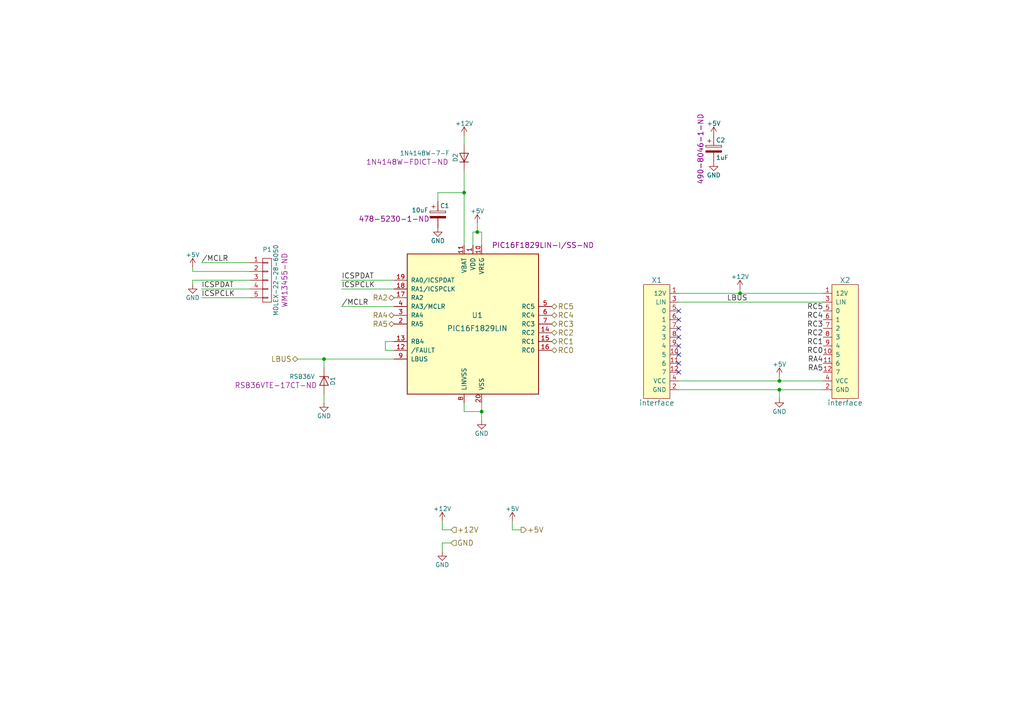
<source format=kicad_sch>
(kicad_sch (version 20230121) (generator eeschema)
  (paper "A4")
  (lib_symbols
    (symbol "interface:interface" (pin_names (offset 1.016))
      (property "Reference" "X" (at 0 17.78 0))
      (property "Value" "interface" (at 0 -17.78 0))
      (symbol "interface_0_1"
        (rectangle (start 3.81 16.51) (end -3.81 -16.51) (fill (type background)))
      )
      (symbol "interface_1_1"
        (pin bidirectional line (at 6.35 13.97 180) (length 2.54) (name "12V") (number "1"))
        (pin bidirectional line (at 6.35 -3.81 180) (length 2.54) (name "5") (number "10"))
        (pin bidirectional line (at 6.35 -6.35 180) (length 2.54) (name "6") (number "11"))
        (pin bidirectional line (at 6.35 -8.89 180) (length 2.54) (name "7") (number "12"))
        (pin bidirectional line (at 6.35 -13.97 180) (length 2.54) (name "GND") (number "2"))
        (pin bidirectional line (at 6.35 11.43 180) (length 2.54) (name "LIN") (number "3"))
        (pin input line (at 6.35 -11.43 180) (length 2.54) (name "VCC") (number "4"))
        (pin bidirectional line (at 6.35 8.89 180) (length 2.54) (name "0") (number "5"))
        (pin bidirectional line (at 6.35 6.35 180) (length 2.54) (name "1") (number "6"))
        (pin bidirectional line (at 6.35 3.81 180) (length 2.54) (name "2") (number "7"))
        (pin bidirectional line (at 6.35 1.27 180) (length 2.54) (name "3") (number "8"))
        (pin bidirectional line (at 6.35 -1.27 180) (length 2.54) (name "4") (number "9"))
      )
    )
    (symbol "pic16f1829lin-rescue:+12V" (power) (pin_names (offset 0))
      (property "Value" "+12V" (at 0 3.556 0))
      (symbol "+12V_0_1"
        (polyline (pts (xy -0.762 1.27) (xy 0 2.54)))
        (polyline (pts (xy 0 0) (xy 0 2.54)))
        (polyline (pts (xy 0 2.54) (xy 0.762 1.27)))
      )
      (symbol "+12V_1_1"
        (pin power_in line (at 0 0 90) (length 0) hide (name "+12V") (number "1"))
      )
    )
    (symbol "pic16f1829lin-rescue:+5V" (power) (pin_names (offset 0))
      (property "Value" "+5V" (at 0 3.556 0))
      (symbol "+5V_0_1"
        (polyline (pts (xy -0.762 1.27) (xy 0 2.54)))
        (polyline (pts (xy 0 0) (xy 0 2.54)))
        (polyline (pts (xy 0 2.54) (xy 0.762 1.27)))
      )
      (symbol "+5V_1_1"
        (pin power_in line (at 0 0 90) (length 0) hide (name "+5V") (number "1"))
      )
    )
    (symbol "pic16f1829lin-rescue:CONN_01X05" (pin_names (offset 1.016) hide)
      (property "Reference" "J" (at 0 7.62 0))
      (property "Value" "CONN_01X05" (at 2.54 0 90))
      (symbol "CONN_01X05_0_1"
        (rectangle (start -1.27 -4.953) (end 0.254 -5.207))
        (rectangle (start -1.27 -2.413) (end 0.254 -2.667))
        (rectangle (start -1.27 0.127) (end 0.254 -0.127))
        (rectangle (start -1.27 2.667) (end 0.254 2.413))
        (rectangle (start -1.27 5.207) (end 0.254 4.953))
        (rectangle (start -1.27 6.35) (end 1.27 -6.35))
      )
      (symbol "CONN_01X05_1_1"
        (pin passive line (at -5.08 5.08 0) (length 3.81) (name "P1") (number "1"))
        (pin passive line (at -5.08 2.54 0) (length 3.81) (name "P2") (number "2"))
        (pin passive line (at -5.08 0 0) (length 3.81) (name "P3") (number "3"))
        (pin passive line (at -5.08 -2.54 0) (length 3.81) (name "P4") (number "4"))
        (pin passive line (at -5.08 -5.08 0) (length 3.81) (name "P5") (number "5"))
      )
    )
    (symbol "pic16f1829lin-rescue:CP" (pin_numbers hide) (pin_names (offset 0.254))
      (property "Reference" "C" (at 0.635 2.54 0))
      (property "Value" "CP" (at 0.635 -2.54 0))
      (symbol "CP_0_1"
        (rectangle (start -2.286 0.508) (end -2.286 1.016))
        (rectangle (start -2.286 0.508) (end 2.286 0.508))
        (polyline (pts (xy -1.778 2.286) (xy -0.762 2.286)))
        (polyline (pts (xy -1.27 2.794) (xy -1.27 1.778)))
        (rectangle (start 2.286 -0.508) (end -2.286 -1.016) (fill (type outline)))
        (rectangle (start 2.286 1.016) (end -2.286 1.016))
        (rectangle (start 2.286 1.016) (end 2.286 0.508))
      )
      (symbol "CP_1_1"
        (pin passive line (at 0 3.81 270) (length 2.794) (name "~") (number "1"))
        (pin passive line (at 0 -3.81 90) (length 2.794) (name "~") (number "2"))
      )
    )
    (symbol "pic16f1829lin-rescue:D" (pin_numbers hide) (pin_names (offset 1.016) hide)
      (property "Reference" "D" (at 0 2.54 0))
      (property "Value" "D" (at 0 -2.54 0))
      (symbol "D_0_1"
        (polyline (pts (xy -1.27 1.27) (xy -1.27 -1.27)) (stroke (width 0.2032)))
        (polyline (pts (xy 1.27 0) (xy -1.27 0)))
        (polyline (pts (xy 1.27 1.27) (xy 1.27 -1.27) (xy -1.27 0) (xy 1.27 1.27)) (stroke (width 0.2032)))
      )
      (symbol "D_1_1"
        (pin passive line (at -3.81 0 0) (length 2.54) (name "K") (number "1"))
        (pin passive line (at 3.81 0 180) (length 2.54) (name "A") (number "2"))
      )
    )
    (symbol "pic16f1829lin-rescue:D_Zener" (pin_numbers hide) (pin_names (offset 1.016) hide)
      (property "Reference" "D" (at 0 2.54 0))
      (property "Value" "D_Zener" (at 0 -2.54 0))
      (symbol "D_Zener_0_1"
        (polyline (pts (xy 1.27 0) (xy -1.27 0)))
        (polyline (pts (xy -1.27 -1.27) (xy -1.27 1.27) (xy -0.762 1.27)) (stroke (width 0.2032)))
        (polyline (pts (xy 1.27 -1.27) (xy 1.27 1.27) (xy -1.27 0) (xy 1.27 -1.27)) (stroke (width 0.2032)))
      )
      (symbol "D_Zener_1_1"
        (pin passive line (at -3.81 0 0) (length 2.54) (name "K") (number "1"))
        (pin passive line (at 3.81 0 180) (length 2.54) (name "A") (number "2"))
      )
    )
    (symbol "pic16f1829lin-rescue:GND" (power) (pin_names (offset 0))
      (property "Value" "GND" (at 0 -3.81 0))
      (symbol "GND_0_1"
        (polyline (pts (xy 0 0) (xy 0 -1.27) (xy 1.27 -1.27) (xy 0 -2.54) (xy -1.27 -1.27) (xy 0 -1.27)))
      )
      (symbol "GND_1_1"
        (pin power_in line (at 0 0 270) (length 0) hide (name "GND") (number "1"))
      )
    )
    (symbol "pic16f1829lin-rescue:PIC16F1829LIN" (pin_names (offset 1.016))
      (property "Reference" "U" (at -19.05 21.59 0))
      (property "Value" "PIC16F1829LIN" (at 0 0 0))
      (symbol "PIC16F1829LIN_0_1"
        (rectangle (start -19.05 20.32) (end 19.05 -20.32) (stroke (width 0.254)) (fill (type background)))
      )
      (symbol "PIC16F1829LIN_1_1"
        (pin power_in line (at 0 22.86 270) (length 2.54) (name "VDD") (number "1"))
        (pin power_out line (at 2.54 22.86 270) (length 2.54) (name "VREG") (number "10"))
        (pin power_in line (at -2.54 22.86 270) (length 2.54) (name "VBAT") (number "11"))
        (pin bidirectional line (at -22.86 -7.62 0) (length 3.81) (name "/FAULT") (number "12"))
        (pin bidirectional line (at -22.86 -5.08 0) (length 3.81) (name "RB4") (number "13"))
        (pin bidirectional line (at 22.86 -2.54 180) (length 3.81) (name "RC2") (number "14"))
        (pin bidirectional line (at 22.86 -5.08 180) (length 3.81) (name "RC1") (number "15"))
        (pin bidirectional line (at 22.86 -7.62 180) (length 3.81) (name "RC0") (number "16"))
        (pin bidirectional line (at -22.86 7.62 0) (length 3.81) (name "RA2") (number "17"))
        (pin bidirectional line (at -22.86 10.16 0) (length 3.81) (name "RA1/ICSPCLK") (number "18"))
        (pin bidirectional line (at -22.86 12.7 0) (length 3.81) (name "RA0/ICSPDAT") (number "19"))
        (pin bidirectional line (at -22.86 0 0) (length 3.81) (name "RA5") (number "2"))
        (pin power_in line (at 2.54 -22.86 90) (length 2.54) (name "VSS") (number "20"))
        (pin bidirectional line (at -22.86 2.54 0) (length 3.81) (name "RA4") (number "3"))
        (pin bidirectional line (at -22.86 5.08 0) (length 3.81) (name "RA3/MCLR") (number "4"))
        (pin bidirectional line (at 22.86 5.08 180) (length 3.81) (name "RC5") (number "5"))
        (pin bidirectional line (at 22.86 2.54 180) (length 3.81) (name "RC4") (number "6"))
        (pin bidirectional line (at 22.86 0 180) (length 3.81) (name "RC3") (number "7"))
        (pin power_in line (at -2.54 -22.86 90) (length 2.54) (name "LINVSS") (number "8"))
        (pin bidirectional line (at -22.86 -10.16 0) (length 3.81) (name "LBUS") (number "9"))
      )
    )
  )
  (junction (at 138.43 67.31))
  (junction (at 139.7 119.38))
  (junction (at 226.06 110.49))
  (junction (at 214.63 85.09))
  (junction (at 226.06 113.03))
  (junction (at 134.62 55.88))
  (junction (at 93.98 104.14))
  (no_connect (at 196.85 105.41))
  (no_connect (at 196.85 107.95))
  (no_connect (at 196.85 92.71))
  (no_connect (at 196.85 95.25))
  (no_connect (at 196.85 102.87))
  (no_connect (at 196.85 90.17))
  (no_connect (at 196.85 97.79))
  (no_connect (at 196.85 100.33))
  (wire (pts (xy 196.85 110.49) (xy 226.06 110.49)))
  (wire (pts (xy 226.06 115.57) (xy 226.06 113.03)))
  (wire (pts (xy 127 55.88) (xy 134.62 55.88)))
  (wire (pts (xy 114.3 99.06) (xy 111.76 99.06)))
  (wire (pts (xy 72.39 76.2) (xy 58.42 76.2)))
  (wire (pts (xy 128.27 157.48) (xy 130.81 157.48)))
  (wire (pts (xy 139.7 116.84) (xy 139.7 119.38)))
  (wire (pts (xy 99.06 83.82) (xy 114.3 83.82)))
  (wire (pts (xy 128.27 160.02) (xy 128.27 157.48)))
  (wire (pts (xy 55.88 78.74) (xy 55.88 77.47)))
  (wire (pts (xy 55.88 81.28) (xy 72.39 81.28)))
  (wire (pts (xy 137.16 71.12) (xy 137.16 67.31)))
  (wire (pts (xy 55.88 78.74) (xy 72.39 78.74)))
  (wire (pts (xy 226.06 110.49) (xy 226.06 109.22)))
  (wire (pts (xy 226.06 110.49) (xy 238.76 110.49)))
  (wire (pts (xy 214.63 85.09) (xy 214.63 83.82)))
  (wire (pts (xy 111.76 101.6) (xy 114.3 101.6)))
  (wire (pts (xy 138.43 67.31) (xy 138.43 64.77)))
  (wire (pts (xy 72.39 83.82) (xy 58.42 83.82)))
  (wire (pts (xy 93.98 114.3) (xy 93.98 116.84)))
  (wire (pts (xy 128.27 151.13) (xy 128.27 153.67)))
  (wire (pts (xy 99.06 81.28) (xy 114.3 81.28)))
  (wire (pts (xy 148.59 153.67) (xy 151.13 153.67)))
  (wire (pts (xy 214.63 85.09) (xy 238.76 85.09)))
  (wire (pts (xy 111.76 99.06) (xy 111.76 101.6)))
  (wire (pts (xy 139.7 67.31) (xy 139.7 71.12)))
  (wire (pts (xy 134.62 119.38) (xy 139.7 119.38)))
  (wire (pts (xy 148.59 151.13) (xy 148.59 153.67)))
  (wire (pts (xy 134.62 55.88) (xy 134.62 71.12)))
  (wire (pts (xy 128.27 153.67) (xy 130.81 153.67)))
  (wire (pts (xy 134.62 49.53) (xy 134.62 55.88)))
  (wire (pts (xy 226.06 113.03) (xy 238.76 113.03)))
  (wire (pts (xy 196.85 85.09) (xy 214.63 85.09)))
  (wire (pts (xy 93.98 106.68) (xy 93.98 104.14)))
  (wire (pts (xy 137.16 67.31) (xy 138.43 67.31)))
  (wire (pts (xy 138.43 67.31) (xy 139.7 67.31)))
  (wire (pts (xy 72.39 86.36) (xy 58.42 86.36)))
  (wire (pts (xy 55.88 81.28) (xy 55.88 82.55)))
  (wire (pts (xy 238.76 87.63) (xy 196.85 87.63)))
  (wire (pts (xy 127 58.42) (xy 127 55.88)))
  (wire (pts (xy 196.85 113.03) (xy 226.06 113.03)))
  (wire (pts (xy 93.98 104.14) (xy 114.3 104.14)))
  (wire (pts (xy 99.06 88.9) (xy 114.3 88.9)))
  (wire (pts (xy 134.62 116.84) (xy 134.62 119.38)))
  (wire (pts (xy 139.7 119.38) (xy 139.7 121.92)))
  (wire (pts (xy 86.36 104.14) (xy 93.98 104.14)))
  (wire (pts (xy 134.62 39.37) (xy 134.62 41.91)))
  (label "LBUS" (at 210.82 87.63 0) (effects (font (size 1.524 1.524))))
  (label "RC3" (at 238.76 95.25 180) (effects (font (size 1.524 1.524))))
  (label "ICSPCLK" (at 58.42 86.36 0) (effects (font (size 1.524 1.524))))
  (label "/MCLR" (at 99.06 88.9 0) (effects (font (size 1.524 1.524))))
  (label "/MCLR" (at 58.42 76.2 0) (effects (font (size 1.524 1.524))))
  (label "ICSPCLK" (at 99.06 83.82 0) (effects (font (size 1.524 1.524))))
  (label "ICSPDAT" (at 99.06 81.28 0) (effects (font (size 1.524 1.524))))
  (label "RC2" (at 238.76 97.79 180) (effects (font (size 1.524 1.524))))
  (label "RC5" (at 238.76 90.17 180) (effects (font (size 1.524 1.524))))
  (label "RA4" (at 238.76 105.41 180) (effects (font (size 1.524 1.524))))
  (label "RC4" (at 238.76 92.71 180) (effects (font (size 1.524 1.524))))
  (label "RC1" (at 238.76 100.33 180) (effects (font (size 1.524 1.524))))
  (label "RC0" (at 238.76 102.87 180) (effects (font (size 1.524 1.524))))
  (label "RA5" (at 238.76 107.95 180) (effects (font (size 1.524 1.524))))
  (label "ICSPDAT" (at 58.42 83.82 0) (effects (font (size 1.524 1.524))))
  (hierarchical_label "RA5" (shape bidirectional) (at 114.3 93.98 180) (effects (font (size 1.524 1.524))))
  (hierarchical_label "RC1" (shape bidirectional) (at 160.02 99.06 0) (effects (font (size 1.524 1.524))))
  (hierarchical_label "RC4" (shape bidirectional) (at 160.02 91.44 0) (effects (font (size 1.524 1.524))))
  (hierarchical_label "RC0" (shape bidirectional) (at 160.02 101.6 0) (effects (font (size 1.524 1.524))))
  (hierarchical_label "RA2" (shape bidirectional) (at 114.3 86.36 180) (effects (font (size 1.524 1.524))))
  (hierarchical_label "LBUS" (shape bidirectional) (at 86.36 104.14 180) (effects (font (size 1.524 1.524))))
  (hierarchical_label "RC3" (shape bidirectional) (at 160.02 93.98 0) (effects (font (size 1.524 1.524))))
  (hierarchical_label "+5V" (shape output) (at 151.13 153.67 0) (effects (font (size 1.524 1.524))))
  (hierarchical_label "RC5" (shape bidirectional) (at 160.02 88.9 0) (effects (font (size 1.524 1.524))))
  (hierarchical_label "RC2" (shape bidirectional) (at 160.02 96.52 0) (effects (font (size 1.524 1.524))))
  (hierarchical_label "+12V" (shape input) (at 130.81 153.67 0) (effects (font (size 1.524 1.524))))
  (hierarchical_label "GND" (shape input) (at 130.81 157.48 0) (effects (font (size 1.524 1.524))))
  (hierarchical_label "RA4" (shape bidirectional) (at 114.3 91.44 180) (effects (font (size 1.524 1.524))))
  (symbol (lib_id "pic16f1829lin-rescue:CP") (at 207.01 43.18 0) (unit 1)
    (property "Reference" "C2" (at 207.645 40.64 0) (effects (justify left)))
    (property "Value" "1uF" (at 207.645 45.72 0) (effects (justify left)))
    (property "Footprint" "Capacitors_SMD:C_0805_HandSoldering" (effects hide))
    (property "Datasheet" "http://www.digikey.com/product-detail/en/murata-electronics-north-america/GCM21BL81C105KA58L/490-8046-1-ND/4380331" (effects hide))
    (property "DIGIKEY" "490-8046-1-ND" (at 203.2 43.18 90) (effects (font (size 1.524 1.524))))
  )
  (symbol (lib_id "pic16f1829lin-rescue:CP") (at 127 62.23 0) (unit 1)
    (property "Reference" "C1" (at 127.635 59.69 0) (effects (justify left)))
    (property "Value" "10uF" (at 119.38 60.96 0) (effects (justify left)))
    (property "Footprint" "Capacitors_SMD:C_1210_HandSoldering" (effects hide))
    (property "Datasheet" "http://datasheets.avx.com/TPS.pdf" (effects hide))
    (property "DIGIKEY" "478-5230-1-ND" (at 114.3 63.5 0) (effects (font (size 1.524 1.524))))
  )
  (symbol (lib_id "pic16f1829lin-rescue:D_Zener") (at 93.98 110.49 270) (unit 1)
    (property "Reference" "D1" (at 96.52 110.49 0))
    (property "Value" "RSB36V" (at 87.63 109.22 90))
    (property "Footprint" "Diodes_SMD:D_SOD-323_HandSoldering" (effects hide))
    (property "Datasheet" "http://rohmfs.rohm.com/en/products/databook/datasheet/discrete/diode/zener/rsb36v.pdf" (effects hide))
    (property "DIGIKEY" "RSB36VTE-17CT-ND" (at 80.01 111.76 90) (effects (font (size 1.524 1.524))))
  )
  (symbol (lib_id "pic16f1829lin-rescue:D") (at 134.62 45.72 90) (unit 1)
    (property "Reference" "D2" (at 132.08 45.72 0))
    (property "Value" "1N4148W-7-F" (at 123.19 44.45 90))
    (property "Footprint" "Diodes_SMD:D_SOD-123" (effects hide))
    (property "Datasheet" "http://www.diodes.com/_files/datasheets/ds30086.pdf" (effects hide))
    (property "DIGIKEY" "1N4148W-FDICT-ND" (at 118.11 46.99 90) (effects (font (size 1.524 1.524))))
  )
  (symbol (lib_id "pic16f1829lin-rescue:+12V") (at 134.62 39.37 0) (unit 1)
    (property "Reference" "#PWR01" (effects hide))
    (property "Value" "+12V" (at 134.62 35.814 0))
  )
  (symbol (lib_id "pic16f1829lin-rescue:GND") (at 139.7 121.92 0) (unit 1)
    (property "Reference" "#PWR02" (effects hide))
    (property "Value" "GND" (at 139.7 125.73 0))
  )
  (symbol (lib_id "pic16f1829lin-rescue:+5V") (at 138.43 64.77 0) (unit 1)
    (property "Reference" "#PWR03" (effects hide))
    (property "Value" "+5V" (at 138.43 61.214 0))
  )
  (symbol (lib_id "pic16f1829lin-rescue:GND") (at 127 66.04 0) (unit 1)
    (property "Reference" "#PWR04" (effects hide))
    (property "Value" "GND" (at 127 69.85 0))
  )
  (symbol (lib_id "pic16f1829lin-rescue:+5V") (at 207.01 39.37 0) (unit 1)
    (property "Reference" "#PWR05" (effects hide))
    (property "Value" "+5V" (at 207.01 35.814 0))
  )
  (symbol (lib_id "pic16f1829lin-rescue:GND") (at 207.01 46.99 0) (unit 1)
    (property "Reference" "#PWR06" (effects hide))
    (property "Value" "GND" (at 207.01 50.8 0))
  )
  (symbol (lib_id "pic16f1829lin-rescue:CONN_01X05") (at 77.47 81.28 0) (unit 1)
    (property "Reference" "P1" (at 77.47 72.39 0))
    (property "Value" "MOLEX-22-28-6050" (at 80.01 81.28 90))
    (property "Footprint" "Pin_Headers:Pin_Header_Angled_1x05_Pitch2.54mm" (effects hide))
    (property "DIGIKEY" "WM13455-ND" (at 82.55 81.28 90) (effects (font (size 1.524 1.524))))
  )
  (symbol (lib_id "pic16f1829lin-rescue:+5V") (at 55.88 77.47 0) (unit 1)
    (property "Reference" "#PWR07" (effects hide))
    (property "Value" "+5V" (at 55.88 73.914 0))
  )
  (symbol (lib_id "pic16f1829lin-rescue:GND") (at 55.88 82.55 0) (unit 1)
    (property "Reference" "#PWR08" (effects hide))
    (property "Value" "GND" (at 55.88 86.36 0))
  )
  (symbol (lib_id "pic16f1829lin-rescue:GND") (at 93.98 116.84 0) (unit 1)
    (property "Reference" "#PWR09" (effects hide))
    (property "Value" "GND" (at 93.98 120.65 0))
  )
  (symbol (lib_id "pic16f1829lin-rescue:PIC16F1829LIN") (at 137.16 93.98 0) (unit 1)
    (property "Reference" "U1" (at 138.43 91.44 0) (effects (font (size 1.524 1.524))))
    (property "Value" "PIC16F1829LIN" (at 138.43 95.25 0) (effects (font (size 1.524 1.524))))
    (property "Footprint" "Housings_SSOP:SSOP-20_5.3x7.2mm_Pitch0.65mm" (effects hide))
    (property "Datasheet" "http://ww1.microchip.com/downloads/en/DeviceDoc/41673A.pdf" (effects hide))
    (property "DIGIKEY" "PIC16F1829LIN-I/SS-ND" (at 157.48 71.12 0) (effects (font (size 1.524 1.524))))
  )
  (symbol (lib_id "pic16f1829lin-rescue:GND") (at 128.27 160.02 0) (unit 1)
    (property "Reference" "#PWR010" (effects hide))
    (property "Value" "GND" (at 128.27 163.83 0))
  )
  (symbol (lib_id "pic16f1829lin-rescue:+12V") (at 128.27 151.13 0) (unit 1)
    (property "Reference" "#PWR011" (effects hide))
    (property "Value" "+12V" (at 128.27 147.574 0))
  )
  (symbol (lib_id "pic16f1829lin-rescue:+5V") (at 148.59 151.13 0) (unit 1)
    (property "Reference" "#PWR012" (effects hide))
    (property "Value" "+5V" (at 148.59 147.574 0))
  )
  (symbol (lib_id "interface:interface") (at 245.11 99.06 0) (mirror y) (unit 1)
    (property "Reference" "X2" (at 245.11 81.28 0) (effects (font (size 1.524 1.524))))
    (property "Value" "interface" (at 245.11 116.84 0) (effects (font (size 1.524 1.524))))
    (property "Footprint" "interface:interface" (effects hide))
  )
  (symbol (lib_id "interface:interface") (at 190.5 99.06 0) (unit 1)
    (property "Reference" "X1" (at 190.5 81.28 0) (effects (font (size 1.524 1.524))))
    (property "Value" "interface" (at 190.5 116.84 0) (effects (font (size 1.524 1.524))))
    (property "Footprint" "interface:interface" (effects hide))
  )
  (symbol (lib_id "pic16f1829lin-rescue:+12V") (at 214.63 83.82 0) (unit 1)
    (property "Reference" "#PWR013" (effects hide))
    (property "Value" "+12V" (at 214.63 80.264 0))
  )
  (symbol (lib_id "pic16f1829lin-rescue:+5V") (at 226.06 109.22 0) (unit 1)
    (property "Reference" "#PWR014" (effects hide))
    (property "Value" "+5V" (at 226.06 105.664 0))
  )
  (symbol (lib_id "pic16f1829lin-rescue:GND") (at 226.06 115.57 0) (unit 1)
    (property "Reference" "#PWR015" (effects hide))
    (property "Value" "GND" (at 226.06 119.38 0))
  )
)
</source>
